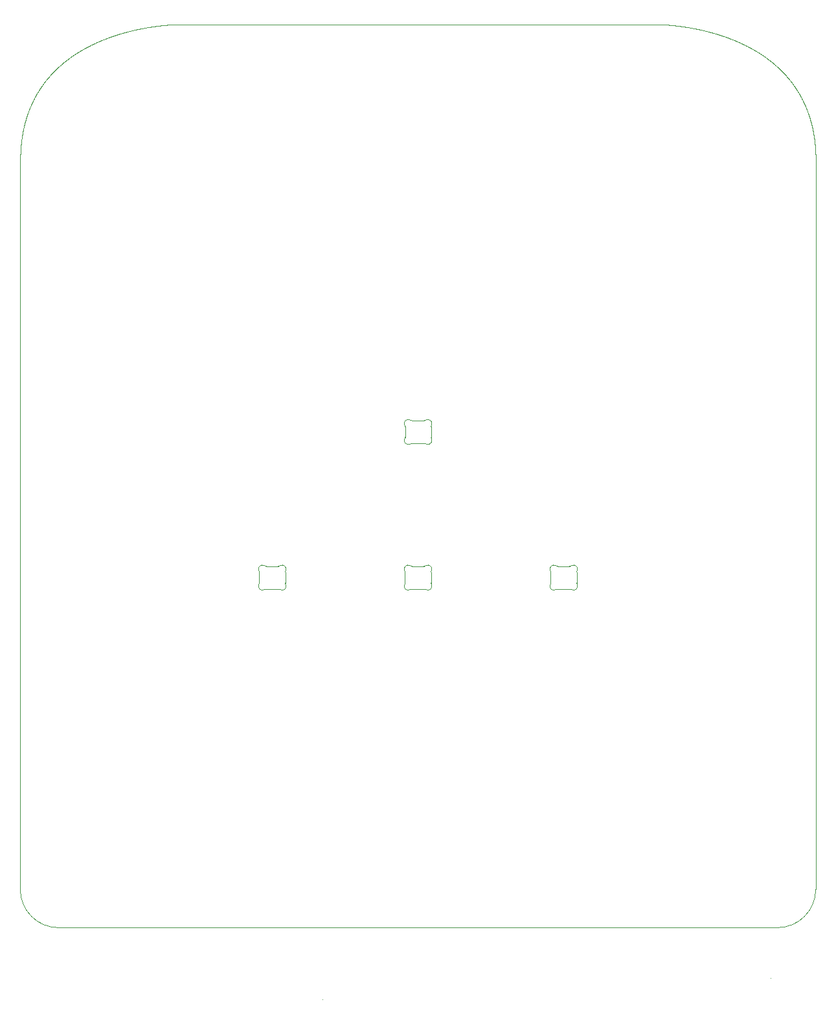
<source format=gbr>
%TF.GenerationSoftware,KiCad,Pcbnew,9.0.2*%
%TF.CreationDate,2025-05-27T10:03:14+01:00*%
%TF.ProjectId,PCB,5043422e-6b69-4636-9164-5f7063625858,1.0*%
%TF.SameCoordinates,Original*%
%TF.FileFunction,Profile,NP*%
%FSLAX46Y46*%
G04 Gerber Fmt 4.6, Leading zero omitted, Abs format (unit mm)*
G04 Created by KiCad (PCBNEW 9.0.2) date 2025-05-27 10:03:14*
%MOMM*%
%LPD*%
G01*
G04 APERTURE LIST*
%ADD10C,0.100000*%
%TA.AperFunction,Profile*%
%ADD11C,0.100000*%
%TD*%
%ADD12C,0.050000*%
G04 APERTURE END LIST*
D10*
X21940496Y-37506483D02*
X21940506Y-37485047D01*
X21940536Y-37463629D01*
X21940586Y-37442227D01*
X21940656Y-37420843D01*
X21940746Y-37399476D01*
X21940855Y-37378127D01*
X21940985Y-37356794D01*
X21941135Y-37335479D01*
X21941304Y-37314180D01*
X21941493Y-37292899D01*
X21941702Y-37271635D01*
X21941931Y-37250388D01*
X21942180Y-37229158D01*
X21942449Y-37207945D01*
X21942737Y-37186749D01*
X21943045Y-37165571D01*
X21943373Y-37144409D01*
X21943720Y-37123264D01*
X21944088Y-37102136D01*
X21944475Y-37081025D01*
X21944881Y-37059931D01*
X21945308Y-37038854D01*
X21945754Y-37017794D01*
X21946219Y-36996751D01*
X21946705Y-36975724D01*
X21947209Y-36954715D01*
X21947734Y-36933722D01*
X21948278Y-36912746D01*
X21948842Y-36891787D01*
X21949425Y-36870845D01*
X21950027Y-36849919D01*
X21950650Y-36829011D01*
X21951291Y-36808119D01*
X21951952Y-36787244D01*
X21952633Y-36766385D01*
X21953333Y-36745543D01*
X21954053Y-36724718D01*
X21954792Y-36703910D01*
X21955550Y-36683118D01*
X21956328Y-36662343D01*
X21957125Y-36641584D01*
X21957942Y-36620842D01*
X21958777Y-36600116D01*
X21959633Y-36579408D01*
X21960507Y-36558715D01*
X21961401Y-36538040D01*
X21962314Y-36517380D01*
X21963247Y-36496738D01*
X21964198Y-36476111D01*
X21965169Y-36455502D01*
X21966160Y-36434908D01*
X21967169Y-36414332D01*
X21968198Y-36393771D01*
X21969245Y-36373227D01*
X21970313Y-36352699D01*
X21971399Y-36332188D01*
X21972504Y-36311693D01*
X21973628Y-36291215D01*
X21974772Y-36270753D01*
X21975935Y-36250307D01*
X21977117Y-36229877D01*
X21978318Y-36209464D01*
X21979537Y-36189067D01*
X21980776Y-36168686D01*
X21982035Y-36148322D01*
X21983312Y-36127974D01*
X21984608Y-36107641D01*
X21985923Y-36087325D01*
X21987257Y-36067025D01*
X21988610Y-36046742D01*
X21989982Y-36026474D01*
X21991373Y-36006223D01*
X21992783Y-35985988D01*
X21994212Y-35965769D01*
X21995659Y-35945566D01*
X21997126Y-35925379D01*
X21998611Y-35905208D01*
X22000116Y-35885053D01*
X22001639Y-35864914D01*
X22003181Y-35844792D01*
X22004742Y-35824684D01*
X22006322Y-35804594D01*
X22007920Y-35784519D01*
X22009537Y-35764460D01*
X22011173Y-35744417D01*
X22012828Y-35724390D01*
X22014502Y-35704378D01*
X22016194Y-35684383D01*
X22017905Y-35664403D01*
X22019635Y-35644440D01*
X22021383Y-35624492D01*
X22023150Y-35604560D01*
X22024936Y-35584643D01*
X22026740Y-35564743D01*
X22028563Y-35544858D01*
X22030405Y-35524990D01*
X22032265Y-35505136D01*
X22034144Y-35485299D01*
X22036042Y-35465477D01*
X22037958Y-35445671D01*
X22039892Y-35425880D01*
X22041845Y-35406106D01*
X22043817Y-35386347D01*
X22045807Y-35366604D01*
X22047816Y-35346875D01*
X22049844Y-35327164D01*
X22051889Y-35307466D01*
X22053954Y-35287786D01*
X22056036Y-35268120D01*
X22058137Y-35248470D01*
X22060257Y-35228835D01*
X22062395Y-35209217D01*
X22064552Y-35189613D01*
X22066727Y-35170026D01*
X22068920Y-35150452D01*
X22071132Y-35130896D01*
X22073362Y-35111354D01*
X22075610Y-35091828D01*
X22077877Y-35072317D01*
X22080162Y-35052822D01*
X22082465Y-35033341D01*
X22084787Y-35013877D01*
X22087127Y-34994427D01*
X22089485Y-34974994D01*
X22091862Y-34955574D01*
X22094257Y-34936172D01*
X22096670Y-34916783D01*
X22099101Y-34897411D01*
X22101551Y-34878052D01*
X22104019Y-34858711D01*
X22106505Y-34839383D01*
X22109009Y-34820071D01*
X22111532Y-34800774D01*
X22114072Y-34781493D01*
X22116631Y-34762226D01*
X22119208Y-34742975D01*
X22121803Y-34723739D01*
X22124416Y-34704518D01*
X22127048Y-34685312D01*
X22129697Y-34666121D01*
X22132365Y-34646945D01*
X22135050Y-34627785D01*
X22137754Y-34608639D01*
X22140476Y-34589509D01*
X22143216Y-34570392D01*
X22145973Y-34551292D01*
X22148749Y-34532206D01*
X22151543Y-34513136D01*
X22154355Y-34494080D01*
X22157185Y-34475040D01*
X22160033Y-34456013D01*
X22162899Y-34437003D01*
X22165783Y-34418006D01*
X22168685Y-34399025D01*
X22171605Y-34380058D01*
X22174542Y-34361108D01*
X22177498Y-34342170D01*
X22180472Y-34323249D01*
X22183463Y-34304341D01*
X22186473Y-34285450D01*
X22189500Y-34266572D01*
X22192545Y-34247710D01*
X22195608Y-34228861D01*
X22198689Y-34210028D01*
X22201788Y-34191209D01*
X22204904Y-34172406D01*
X22208039Y-34153616D01*
X22211191Y-34134843D01*
X22214361Y-34116082D01*
X22217549Y-34097338D01*
X22220755Y-34078606D01*
X22223978Y-34059891D01*
X22227219Y-34041189D01*
X22230478Y-34022503D01*
X22233755Y-34003830D01*
X22237049Y-33985174D01*
X22240361Y-33966530D01*
X22243691Y-33947902D01*
X22247039Y-33929287D01*
X22250404Y-33910689D01*
X22253787Y-33892103D01*
X22257188Y-33873533D01*
X22260606Y-33854976D01*
X22264042Y-33836435D01*
X22267496Y-33817907D01*
X22270967Y-33799395D01*
X22274456Y-33780896D01*
X22277963Y-33762413D01*
X22281487Y-33743942D01*
X22285029Y-33725488D01*
X22288588Y-33707046D01*
X22292165Y-33688620D01*
X22295760Y-33670207D01*
X22299372Y-33651810D01*
X22303002Y-33633425D01*
X22306649Y-33615057D01*
X22310314Y-33596701D01*
X22313996Y-33578361D01*
X22317697Y-33560033D01*
X22321414Y-33541721D01*
X22325149Y-33523422D01*
X22328901Y-33505139D01*
X22332672Y-33486868D01*
X22336459Y-33468613D01*
X22340264Y-33450370D01*
X22344086Y-33432144D01*
X22347926Y-33413929D01*
X22351783Y-33395731D01*
X22355658Y-33377545D01*
X22359550Y-33359375D01*
X22363460Y-33341217D01*
X22367387Y-33323075D01*
X22371332Y-33304944D01*
X22375294Y-33286831D01*
X22379273Y-33268728D01*
X22383270Y-33250643D01*
X22387284Y-33232568D01*
X22391315Y-33214510D01*
X22395364Y-33196464D01*
X22399430Y-33178434D01*
X22403514Y-33160416D01*
X22407615Y-33142413D01*
X22411733Y-33124423D01*
X22415869Y-33106448D01*
X22420022Y-33088485D01*
X22424192Y-33070539D01*
X22428379Y-33052604D01*
X22432584Y-33034684D01*
X22436806Y-33016777D01*
X22441045Y-32998885D01*
X22445302Y-32981005D01*
X22449576Y-32963142D01*
X22453868Y-32945289D01*
X22458176Y-32927453D01*
X22462502Y-32909628D01*
X22466844Y-32891819D01*
X22471205Y-32874021D01*
X22475582Y-32856240D01*
X22479977Y-32838469D01*
X22484388Y-32820715D01*
X22488818Y-32802972D01*
X22493264Y-32785245D01*
X22497727Y-32767529D01*
X22502208Y-32749830D01*
X22506706Y-32732141D01*
X22511221Y-32714469D01*
X22515753Y-32696807D01*
X22520302Y-32679162D01*
X22524869Y-32661528D01*
X22529452Y-32643909D01*
X22534053Y-32626302D01*
X22538671Y-32608711D01*
X22543306Y-32591131D01*
X22547958Y-32573566D01*
X22552627Y-32556013D01*
X22557313Y-32538475D01*
X22562017Y-32520949D01*
X22566737Y-32503438D01*
X22571475Y-32485939D01*
X22576230Y-32468455D01*
X22581002Y-32450982D01*
X22585790Y-32433525D01*
X22590597Y-32416079D01*
X22595419Y-32398649D01*
X22605116Y-32363825D01*
X22614882Y-32329055D01*
X22624715Y-32294339D01*
X22634616Y-32259675D01*
X22644586Y-32225064D01*
X22654623Y-32190506D01*
X22664729Y-32156000D01*
X22674902Y-32121547D01*
X22685143Y-32087147D01*
X22695452Y-32052799D01*
X22705829Y-32018503D01*
X22716273Y-31984259D01*
X22726786Y-31950068D01*
X22737365Y-31915928D01*
X22748013Y-31881841D01*
X22758728Y-31847805D01*
X22769510Y-31813821D01*
X22780361Y-31779888D01*
X22791278Y-31746007D01*
X22802263Y-31712177D01*
X22813315Y-31678398D01*
X22824435Y-31644671D01*
X22835622Y-31610995D01*
X22846877Y-31577369D01*
X22858198Y-31543795D01*
X22869587Y-31510271D01*
X22881043Y-31476798D01*
X22892566Y-31443376D01*
X22904157Y-31410004D01*
X22915814Y-31376683D01*
X22927539Y-31343411D01*
X22939331Y-31310190D01*
X22951189Y-31277020D01*
X22963115Y-31243899D01*
X22975108Y-31210828D01*
X22987167Y-31177807D01*
X22999294Y-31144835D01*
X23011488Y-31111914D01*
X23023748Y-31079041D01*
X23036075Y-31046219D01*
X23048470Y-31013445D01*
X23060931Y-30980721D01*
X23073458Y-30948046D01*
X23086053Y-30915421D01*
X23098714Y-30882844D01*
X23111442Y-30850316D01*
X23124237Y-30817837D01*
X23137099Y-30785406D01*
X23150027Y-30753025D01*
X23163022Y-30720691D01*
X23176084Y-30688407D01*
X23189212Y-30656170D01*
X23202407Y-30623982D01*
X23215669Y-30591842D01*
X23228997Y-30559750D01*
X23242392Y-30527707D01*
X23255854Y-30495711D01*
X23269382Y-30463763D01*
X23282976Y-30431863D01*
X23296638Y-30400010D01*
X23310366Y-30368205D01*
X23324160Y-30336447D01*
X23338021Y-30304737D01*
X23351948Y-30273075D01*
X23365942Y-30241459D01*
X23380003Y-30209891D01*
X23394130Y-30178370D01*
X23408324Y-30146896D01*
X23422584Y-30115468D01*
X23436911Y-30084088D01*
X23451304Y-30052754D01*
X23465764Y-30021467D01*
X23480290Y-29990227D01*
X23494883Y-29959033D01*
X23509543Y-29927885D01*
X23524268Y-29896784D01*
X23539061Y-29865729D01*
X23553920Y-29834721D01*
X23568845Y-29803758D01*
X23583838Y-29772842D01*
X23598896Y-29741971D01*
X23614021Y-29711147D01*
X23629213Y-29680368D01*
X23644472Y-29649635D01*
X23659797Y-29618947D01*
X23675188Y-29588305D01*
X23690646Y-29557709D01*
X23706171Y-29527158D01*
X23721762Y-29496653D01*
X23737420Y-29466192D01*
X23753145Y-29435777D01*
X23768936Y-29405408D01*
X23784794Y-29375083D01*
X23800719Y-29344803D01*
X23816710Y-29314568D01*
X23832768Y-29284378D01*
X23848893Y-29254233D01*
X23865084Y-29224132D01*
X23881342Y-29194077D01*
X23897667Y-29164065D01*
X23914059Y-29134099D01*
X23930518Y-29104176D01*
X23947043Y-29074298D01*
X23963636Y-29044465D01*
X23980295Y-29014675D01*
X23997021Y-28984930D01*
X24013814Y-28955229D01*
X24030674Y-28925572D01*
X24047601Y-28895959D01*
X24064594Y-28866389D01*
X24081655Y-28836864D01*
X24098783Y-28807383D01*
X24115978Y-28777945D01*
X24133240Y-28748550D01*
X24150569Y-28719200D01*
X24167965Y-28689893D01*
X24185429Y-28660629D01*
X24202959Y-28631409D01*
X24220557Y-28602232D01*
X24238222Y-28573099D01*
X24255954Y-28544008D01*
X24273754Y-28514961D01*
X24291621Y-28485957D01*
X24309555Y-28456996D01*
X24327557Y-28428078D01*
X24345626Y-28399203D01*
X24363763Y-28370371D01*
X24381967Y-28341582D01*
X24400239Y-28312835D01*
X24418578Y-28284131D01*
X24436985Y-28255470D01*
X24455459Y-28226851D01*
X24474001Y-28198275D01*
X24492611Y-28169742D01*
X24511289Y-28141251D01*
X24530034Y-28112802D01*
X24548848Y-28084396D01*
X24567729Y-28056032D01*
X24586678Y-28027710D01*
X24605695Y-27999430D01*
X24624780Y-27971193D01*
X24643933Y-27942997D01*
X24663154Y-27914844D01*
X24682443Y-27886733D01*
X24701801Y-27858663D01*
X24721226Y-27830636D01*
X24740720Y-27802650D01*
X24760282Y-27774706D01*
X24779913Y-27746804D01*
X24799612Y-27718944D01*
X24819379Y-27691125D01*
X24839215Y-27663348D01*
X24859119Y-27635612D01*
X24879092Y-27607918D01*
X24899134Y-27580266D01*
X24919244Y-27552655D01*
X24939423Y-27525085D01*
X24959671Y-27497557D01*
X24979988Y-27470070D01*
X25000373Y-27442625D01*
X25020828Y-27415221D01*
X25041351Y-27387857D01*
X25061944Y-27360535D01*
X25082605Y-27333255D01*
X25103336Y-27306015D01*
X25124136Y-27278816D01*
X25145005Y-27251659D01*
X25165944Y-27224542D01*
X25186951Y-27197467D01*
X25208029Y-27170432D01*
X25229175Y-27143438D01*
X25250392Y-27116485D01*
X25271678Y-27089573D01*
X25293033Y-27062702D01*
X25314459Y-27035871D01*
X25335954Y-27009081D01*
X25357519Y-26982332D01*
X25379153Y-26955624D01*
X25400858Y-26928956D01*
X25422633Y-26902329D01*
X25444478Y-26875742D01*
X25466393Y-26849196D01*
X25488378Y-26822690D01*
X25510433Y-26796225D01*
X25532559Y-26769801D01*
X25554755Y-26743417D01*
X25577022Y-26717073D01*
X25599359Y-26690770D01*
X25621767Y-26664507D01*
X25644245Y-26638284D01*
X25666794Y-26612102D01*
X25689414Y-26585960D01*
X25712105Y-26559858D01*
X25734867Y-26533797D01*
X25757699Y-26507776D01*
X25780603Y-26481795D01*
X25803578Y-26455854D01*
X25826624Y-26429954D01*
X25849741Y-26404093D01*
X25872930Y-26378273D01*
X25896189Y-26352493D01*
X25919521Y-26326753D01*
X25942924Y-26301053D01*
X25966399Y-26275394D01*
X25989945Y-26249774D01*
X26013563Y-26224194D01*
X26037253Y-26198655D01*
X26061014Y-26173155D01*
X26084848Y-26147696D01*
X26108754Y-26122276D01*
X26132732Y-26096897D01*
X26156782Y-26071557D01*
X26180904Y-26046258D01*
X26205099Y-26020998D01*
X26229366Y-25995778D01*
X26253706Y-25970599D01*
X26278118Y-25945459D01*
X26302603Y-25920359D01*
X26327160Y-25895299D01*
X26351790Y-25870279D01*
X26376494Y-25845299D01*
X26401270Y-25820359D01*
X26426119Y-25795459D01*
X26451041Y-25770599D01*
X26476036Y-25745779D01*
X26501105Y-25720998D01*
X26526247Y-25696258D01*
X26551463Y-25671557D01*
X26576752Y-25646896D01*
X26602114Y-25622276D01*
X26627550Y-25597695D01*
X26653060Y-25573154D01*
X26678644Y-25548653D01*
X26704301Y-25524191D01*
X26730033Y-25499770D01*
X26755839Y-25475389D01*
X26781718Y-25451047D01*
X26807672Y-25426746D01*
X26833701Y-25402484D01*
X26859803Y-25378263D01*
X26885980Y-25354081D01*
X26912232Y-25329939D01*
X26938558Y-25305838D01*
X26964959Y-25281776D01*
X26991435Y-25257754D01*
X27017986Y-25233772D01*
X27044611Y-25209830D01*
X27071312Y-25185929D01*
X27098088Y-25162067D01*
X27124939Y-25138245D01*
X27151865Y-25114464D01*
X27178867Y-25090722D01*
X27205944Y-25067021D01*
X27233097Y-25043359D01*
X27260325Y-25019738D01*
X27287629Y-24996157D01*
X27315009Y-24972616D01*
X27342464Y-24949115D01*
X27369996Y-24925655D01*
X27397604Y-24902234D01*
X27425288Y-24878854D01*
X27453048Y-24855514D01*
X27480884Y-24832215D01*
X27508797Y-24808955D01*
X27536786Y-24785736D01*
X27564852Y-24762558D01*
X27592994Y-24739420D01*
X27621213Y-24716322D01*
X27649509Y-24693264D01*
X27677882Y-24670247D01*
X27706332Y-24647270D01*
X27734859Y-24624334D01*
X27763463Y-24601439D01*
X27792145Y-24578584D01*
X27820903Y-24555769D01*
X27849739Y-24532995D01*
X27878653Y-24510262D01*
X27907644Y-24487570D01*
X27936713Y-24464918D01*
X27965860Y-24442307D01*
X27995084Y-24419736D01*
X28024387Y-24397207D01*
X28053767Y-24374718D01*
X28083226Y-24352270D01*
X28112763Y-24329864D01*
X28142378Y-24307498D01*
X28172071Y-24285173D01*
X28201843Y-24262889D01*
X28231693Y-24240646D01*
X28261622Y-24218444D01*
X28291630Y-24196283D01*
X28321717Y-24174164D01*
X28351882Y-24152085D01*
X28382126Y-24130048D01*
X28412450Y-24108052D01*
X28442852Y-24086098D01*
X28473334Y-24064185D01*
X28503895Y-24042313D01*
X28534535Y-24020483D01*
X28565255Y-23998695D01*
X28596054Y-23976948D01*
X28626933Y-23955242D01*
X28657892Y-23933579D01*
X28688930Y-23911957D01*
X28720049Y-23890376D01*
X28751247Y-23868838D01*
X28782525Y-23847341D01*
X28813884Y-23825886D01*
X28845323Y-23804474D01*
X28876842Y-23783103D01*
X28908441Y-23761774D01*
X28940121Y-23740488D01*
X28971881Y-23719244D01*
X29003722Y-23698041D01*
X29035644Y-23676882D01*
X29067646Y-23655764D01*
X29099729Y-23634689D01*
X29131893Y-23613656D01*
X29164139Y-23592666D01*
X29196465Y-23571719D01*
X29228872Y-23550814D01*
X29261361Y-23529952D01*
X29293931Y-23509132D01*
X29326582Y-23488356D01*
X29359315Y-23467622D01*
X29392129Y-23446931D01*
X29425025Y-23426284D01*
X29458003Y-23405679D01*
X29491062Y-23385117D01*
X29524204Y-23364599D01*
X29557427Y-23344124D01*
X29590732Y-23323692D01*
X29624119Y-23303304D01*
X29657588Y-23282959D01*
X29691140Y-23262658D01*
X29724774Y-23242401D01*
X29758490Y-23222187D01*
X29792289Y-23202016D01*
X29826170Y-23181890D01*
X29860133Y-23161808D01*
X29894179Y-23141769D01*
X29928308Y-23121775D01*
X29962520Y-23101825D01*
X29996814Y-23081919D01*
X30031192Y-23062057D01*
X30065652Y-23042240D01*
X30100195Y-23022467D01*
X30134822Y-23002739D01*
X30169531Y-22983055D01*
X30204324Y-22963416D01*
X30239200Y-22943822D01*
X30274159Y-22924272D01*
X30309201Y-22904768D01*
X30344327Y-22885308D01*
X30379537Y-22865894D01*
X30414830Y-22846525D01*
X30450207Y-22827201D01*
X30485667Y-22807922D01*
X30521211Y-22788689D01*
X30556839Y-22769501D01*
X30592550Y-22750359D01*
X30628346Y-22731263D01*
X30664225Y-22712213D01*
X30700188Y-22693208D01*
X30736236Y-22674249D01*
X30772367Y-22655337D01*
X30808582Y-22636471D01*
X30844882Y-22617650D01*
X30881266Y-22598877D01*
X30917734Y-22580149D01*
X30954286Y-22561469D01*
X30990923Y-22542835D01*
X31027644Y-22524247D01*
X31064449Y-22505707D01*
X31101339Y-22487213D01*
X31138313Y-22468767D01*
X31175372Y-22450367D01*
X31212515Y-22432015D01*
X31249743Y-22413710D01*
X31287055Y-22395453D01*
X31324452Y-22377243D01*
X31361933Y-22359081D01*
X31399500Y-22340966D01*
X31437151Y-22322900D01*
X31474886Y-22304881D01*
X31512707Y-22286910D01*
X31550612Y-22268988D01*
X31588602Y-22251114D01*
X31626677Y-22233288D01*
X31664836Y-22215511D01*
X31703081Y-22197782D01*
X31741410Y-22180103D01*
X31779824Y-22162472D01*
X31818323Y-22144890D01*
X31856906Y-22127357D01*
X31895575Y-22109873D01*
X31934328Y-22092438D01*
X31973167Y-22075053D01*
X32012090Y-22057718D01*
X32051098Y-22040432D01*
X32090191Y-22023196D01*
X32129369Y-22006010D01*
X32168632Y-21988874D01*
X32207979Y-21971787D01*
X32247411Y-21954752D01*
X32286928Y-21937766D01*
X32326530Y-21920831D01*
X32366217Y-21903947D01*
X32405989Y-21887113D01*
X32445845Y-21870331D01*
X32485786Y-21853599D01*
X32525811Y-21836919D01*
X32565921Y-21820289D01*
X32606116Y-21803711D01*
X32646396Y-21787185D01*
X32686760Y-21770710D01*
X32727208Y-21754287D01*
X32767741Y-21737916D01*
X32808359Y-21721597D01*
X32849060Y-21705330D01*
X32889846Y-21689116D01*
X32930717Y-21672954D01*
X32971671Y-21656844D01*
X33012710Y-21640788D01*
X33053833Y-21624784D01*
X33095040Y-21608833D01*
X33136331Y-21592935D01*
X33177705Y-21577090D01*
X33219164Y-21561299D01*
X33260706Y-21545562D01*
X33302332Y-21529878D01*
X33344042Y-21514248D01*
X33385835Y-21498672D01*
X33427712Y-21483150D01*
X33469671Y-21467683D01*
X33511715Y-21452270D01*
X33553841Y-21436911D01*
X33596050Y-21421607D01*
X33638342Y-21406358D01*
X33680717Y-21391165D01*
X33723175Y-21376026D01*
X33765715Y-21360942D01*
X33808338Y-21345915D01*
X33851043Y-21330942D01*
X33893830Y-21316026D01*
X33936699Y-21301165D01*
X33979650Y-21286361D01*
X34022683Y-21271613D01*
X34065798Y-21256921D01*
X34108994Y-21242286D01*
X34152271Y-21227708D01*
X34195630Y-21213186D01*
X34239070Y-21198722D01*
X34282590Y-21184315D01*
X34326191Y-21169965D01*
X34369873Y-21155673D01*
X34413635Y-21141438D01*
X34457477Y-21127262D01*
X34501399Y-21113143D01*
X34545400Y-21099083D01*
X34589482Y-21085081D01*
X34633642Y-21071138D01*
X34677882Y-21057253D01*
X34722200Y-21043428D01*
X34766597Y-21029661D01*
X34811073Y-21015954D01*
X34855627Y-21002306D01*
X34900258Y-20988718D01*
X34944968Y-20975189D01*
X34989754Y-20961721D01*
X35034618Y-20948313D01*
X35079559Y-20934965D01*
X35124576Y-20921677D01*
X35169670Y-20908450D01*
X35214840Y-20895284D01*
X35260085Y-20882180D01*
X35305406Y-20869136D01*
X35350802Y-20856154D01*
X35396273Y-20843233D01*
X35441818Y-20830375D01*
X35487437Y-20817578D01*
X35533131Y-20804843D01*
X35578897Y-20792171D01*
X35624737Y-20779561D01*
X35670649Y-20767015D01*
X35716634Y-20754531D01*
X35762691Y-20742110D01*
X35808819Y-20729753D01*
X35855018Y-20717459D01*
X35901288Y-20705229D01*
X35947629Y-20693063D01*
X35994039Y-20680961D01*
X36040519Y-20668923D01*
X36087067Y-20656950D01*
X36133685Y-20645042D01*
X36180370Y-20633198D01*
X36227123Y-20621420D01*
X36273943Y-20609707D01*
X36320829Y-20598060D01*
X36367781Y-20586479D01*
X36414799Y-20574963D01*
X36461882Y-20563514D01*
X36509029Y-20552131D01*
X36556241Y-20540815D01*
X36603515Y-20529566D01*
X36650852Y-20518384D01*
X36698251Y-20507269D01*
X36745712Y-20496221D01*
X36793233Y-20485242D01*
X36840814Y-20474330D01*
X36888455Y-20463487D01*
X36936155Y-20452712D01*
X36983913Y-20442005D01*
X37031728Y-20431367D01*
X37079600Y-20420799D01*
X37127528Y-20410300D01*
X37175511Y-20399870D01*
X37223548Y-20389510D01*
X37271639Y-20379220D01*
X37319782Y-20369001D01*
X37367978Y-20358851D01*
X37416225Y-20348773D01*
X37464522Y-20338765D01*
X37512868Y-20328829D01*
X37561262Y-20318964D01*
X37609704Y-20309171D01*
X37658193Y-20299450D01*
X37706727Y-20289801D01*
X37755305Y-20280224D01*
X37803927Y-20270720D01*
X37852591Y-20261289D01*
X37901297Y-20251931D01*
X37950043Y-20242646D01*
X37998828Y-20233435D01*
X38047651Y-20224298D01*
X38096510Y-20215236D01*
X38145406Y-20206247D01*
X38194335Y-20197334D01*
X38243298Y-20188495D01*
X38292292Y-20179732D01*
X38341317Y-20171044D01*
X38390370Y-20162431D01*
X38439452Y-20153895D01*
X38488559Y-20145435D01*
X38537691Y-20137052D01*
X38586846Y-20128745D01*
X38636023Y-20120516D01*
X38685220Y-20112364D01*
X38734435Y-20104290D01*
X38783667Y-20096293D01*
X38832914Y-20088375D01*
X38882173Y-20080535D01*
X38931445Y-20072774D01*
X38980725Y-20065092D01*
X39030014Y-20057490D01*
X39079308Y-20049967D01*
X39128605Y-20042524D01*
X39177904Y-20035162D01*
X39227202Y-20027880D01*
X39276498Y-20020678D01*
X39325788Y-20013558D01*
X39375071Y-20006520D01*
X39424344Y-19999563D01*
X39473605Y-19992688D01*
X39522851Y-19985896D01*
X39572079Y-19979186D01*
X39621287Y-19972559D01*
X39670472Y-19966015D01*
X39719632Y-19959556D01*
X39768763Y-19953180D01*
X39817862Y-19946888D01*
X39866926Y-19940681D01*
X39915952Y-19934559D01*
X39964936Y-19928522D01*
X40013875Y-19922570D01*
X40062766Y-19916705D01*
X40111605Y-19910926D01*
X40160388Y-19905233D01*
X40209110Y-19899627D01*
X40257769Y-19894109D01*
X40306359Y-19888678D01*
X40354877Y-19883335D01*
X40403317Y-19878080D01*
X40451675Y-19872915D01*
X40499947Y-19867838D01*
X40548127Y-19862850D01*
X40596209Y-19857953D01*
X40644189Y-19853145D01*
X40692060Y-19848428D01*
X40739817Y-19843802D01*
X40787453Y-19839267D01*
X40834963Y-19834824D01*
X40882338Y-19830473D01*
X40929573Y-19826214D01*
X40976660Y-19822048D01*
X41023591Y-19817975D01*
X41070358Y-19813996D01*
X41116953Y-19810110D01*
X41163366Y-19806319D01*
X41209589Y-19802623D01*
X41255612Y-19799023D01*
X41301424Y-19795518D01*
X41347014Y-19792108D01*
X41392372Y-19788796D01*
X41437484Y-19785580D01*
X41482338Y-19782462D01*
X41526920Y-19779442D01*
X41571216Y-19776519D01*
X41615210Y-19773696D01*
X41658886Y-19770972D01*
X41702225Y-19768347D01*
X41745210Y-19765823D01*
X41787819Y-19763399D01*
X41830030Y-19761076D01*
X41871820Y-19758855D01*
X41913162Y-19756735D01*
X41954028Y-19754719D01*
X41994388Y-19752805D01*
X42034207Y-19750995D01*
X42073447Y-19749288D01*
X42112067Y-19747687D01*
X42150019Y-19746190D01*
X42187251Y-19744800D01*
X42223701Y-19743515D01*
X42259301Y-19742337D01*
X42293969Y-19741266D01*
X42327610Y-19740302D01*
X42360108Y-19739447D01*
X42391322Y-19738700D01*
X42421074Y-19738062D01*
X42449130Y-19737534D01*
X42475169Y-19737114D01*
X42498720Y-19736804D01*
X42519005Y-19736600D01*
X42534470Y-19736500D01*
X42540496Y-19736483D01*
D11*
X125940496Y-132736483D02*
X125940496Y-37506483D01*
X120940496Y-137736483D02*
X26940496Y-137736483D01*
X42540496Y-19736483D02*
X105340496Y-19736483D01*
X21940496Y-132736483D02*
X21940496Y-37506483D01*
X125940496Y-132736483D02*
G75*
G02*
X120940496Y-137736496I-4999996J-17D01*
G01*
X26940496Y-137736483D02*
G75*
G02*
X21940517Y-132736483I4J4999983D01*
G01*
D10*
X125940496Y-37506483D02*
X125940486Y-37485047D01*
X125940456Y-37463629D01*
X125940406Y-37442227D01*
X125940336Y-37420843D01*
X125940246Y-37399476D01*
X125940137Y-37378127D01*
X125940007Y-37356794D01*
X125939857Y-37335479D01*
X125939688Y-37314180D01*
X125939499Y-37292899D01*
X125939290Y-37271635D01*
X125939061Y-37250388D01*
X125938812Y-37229158D01*
X125938543Y-37207945D01*
X125938255Y-37186749D01*
X125937947Y-37165571D01*
X125937619Y-37144409D01*
X125937272Y-37123264D01*
X125936904Y-37102136D01*
X125936517Y-37081025D01*
X125936111Y-37059931D01*
X125935684Y-37038854D01*
X125935238Y-37017794D01*
X125934773Y-36996751D01*
X125934287Y-36975724D01*
X125933783Y-36954715D01*
X125933258Y-36933722D01*
X125932714Y-36912746D01*
X125932150Y-36891787D01*
X125931567Y-36870845D01*
X125930965Y-36849919D01*
X125930342Y-36829011D01*
X125929701Y-36808119D01*
X125929040Y-36787244D01*
X125928359Y-36766385D01*
X125927659Y-36745543D01*
X125926939Y-36724718D01*
X125926200Y-36703910D01*
X125925442Y-36683118D01*
X125924664Y-36662343D01*
X125923867Y-36641584D01*
X125923050Y-36620842D01*
X125922215Y-36600116D01*
X125921359Y-36579408D01*
X125920485Y-36558715D01*
X125919591Y-36538040D01*
X125918678Y-36517380D01*
X125917745Y-36496738D01*
X125916794Y-36476111D01*
X125915823Y-36455502D01*
X125914832Y-36434908D01*
X125913823Y-36414332D01*
X125912794Y-36393771D01*
X125911747Y-36373227D01*
X125910679Y-36352699D01*
X125909593Y-36332188D01*
X125908488Y-36311693D01*
X125907364Y-36291215D01*
X125906220Y-36270753D01*
X125905057Y-36250307D01*
X125903875Y-36229877D01*
X125902674Y-36209464D01*
X125901455Y-36189067D01*
X125900216Y-36168686D01*
X125898957Y-36148322D01*
X125897680Y-36127974D01*
X125896384Y-36107641D01*
X125895069Y-36087325D01*
X125893735Y-36067025D01*
X125892382Y-36046742D01*
X125891010Y-36026474D01*
X125889619Y-36006223D01*
X125888209Y-35985988D01*
X125886780Y-35965769D01*
X125885333Y-35945566D01*
X125883866Y-35925379D01*
X125882381Y-35905208D01*
X125880876Y-35885053D01*
X125879353Y-35864914D01*
X125877811Y-35844792D01*
X125876250Y-35824684D01*
X125874670Y-35804594D01*
X125873072Y-35784519D01*
X125871455Y-35764460D01*
X125869819Y-35744417D01*
X125868164Y-35724390D01*
X125866490Y-35704378D01*
X125864798Y-35684383D01*
X125863087Y-35664403D01*
X125861357Y-35644440D01*
X125859609Y-35624492D01*
X125857842Y-35604560D01*
X125856056Y-35584643D01*
X125854252Y-35564743D01*
X125852429Y-35544858D01*
X125850587Y-35524990D01*
X125848727Y-35505136D01*
X125846848Y-35485299D01*
X125844950Y-35465477D01*
X125843034Y-35445671D01*
X125841100Y-35425880D01*
X125839147Y-35406106D01*
X125837175Y-35386347D01*
X125835185Y-35366604D01*
X125833176Y-35346875D01*
X125831148Y-35327164D01*
X125829103Y-35307466D01*
X125827038Y-35287786D01*
X125824956Y-35268120D01*
X125822855Y-35248470D01*
X125820735Y-35228835D01*
X125818597Y-35209217D01*
X125816440Y-35189613D01*
X125814265Y-35170026D01*
X125812072Y-35150452D01*
X125809860Y-35130896D01*
X125807630Y-35111354D01*
X125805382Y-35091828D01*
X125803115Y-35072317D01*
X125800830Y-35052822D01*
X125798527Y-35033341D01*
X125796205Y-35013877D01*
X125793865Y-34994427D01*
X125791507Y-34974994D01*
X125789130Y-34955574D01*
X125786735Y-34936172D01*
X125784322Y-34916783D01*
X125781891Y-34897411D01*
X125779441Y-34878052D01*
X125776973Y-34858711D01*
X125774487Y-34839383D01*
X125771983Y-34820071D01*
X125769460Y-34800774D01*
X125766920Y-34781493D01*
X125764361Y-34762226D01*
X125761784Y-34742975D01*
X125759189Y-34723739D01*
X125756576Y-34704518D01*
X125753944Y-34685312D01*
X125751295Y-34666121D01*
X125748627Y-34646945D01*
X125745942Y-34627785D01*
X125743238Y-34608639D01*
X125740516Y-34589509D01*
X125737776Y-34570392D01*
X125735019Y-34551292D01*
X125732243Y-34532206D01*
X125729449Y-34513136D01*
X125726637Y-34494080D01*
X125723807Y-34475040D01*
X125720959Y-34456013D01*
X125718093Y-34437003D01*
X125715209Y-34418006D01*
X125712307Y-34399025D01*
X125709387Y-34380058D01*
X125706450Y-34361108D01*
X125703494Y-34342170D01*
X125700520Y-34323249D01*
X125697529Y-34304341D01*
X125694519Y-34285450D01*
X125691492Y-34266572D01*
X125688447Y-34247710D01*
X125685384Y-34228861D01*
X125682303Y-34210028D01*
X125679204Y-34191209D01*
X125676088Y-34172406D01*
X125672953Y-34153616D01*
X125669801Y-34134843D01*
X125666631Y-34116082D01*
X125663443Y-34097338D01*
X125660237Y-34078606D01*
X125657014Y-34059891D01*
X125653773Y-34041189D01*
X125650514Y-34022503D01*
X125647237Y-34003830D01*
X125643943Y-33985174D01*
X125640631Y-33966530D01*
X125637301Y-33947902D01*
X125633953Y-33929287D01*
X125630588Y-33910689D01*
X125627205Y-33892103D01*
X125623804Y-33873533D01*
X125620386Y-33854976D01*
X125616950Y-33836435D01*
X125613496Y-33817907D01*
X125610025Y-33799395D01*
X125606536Y-33780896D01*
X125603029Y-33762413D01*
X125599505Y-33743942D01*
X125595963Y-33725488D01*
X125592404Y-33707046D01*
X125588827Y-33688620D01*
X125585232Y-33670207D01*
X125581620Y-33651810D01*
X125577990Y-33633425D01*
X125574343Y-33615057D01*
X125570678Y-33596701D01*
X125566996Y-33578361D01*
X125563295Y-33560033D01*
X125559578Y-33541721D01*
X125555843Y-33523422D01*
X125552091Y-33505139D01*
X125548320Y-33486868D01*
X125544533Y-33468613D01*
X125540728Y-33450370D01*
X125536906Y-33432144D01*
X125533066Y-33413929D01*
X125529209Y-33395731D01*
X125525334Y-33377545D01*
X125521442Y-33359375D01*
X125517532Y-33341217D01*
X125513605Y-33323075D01*
X125509660Y-33304944D01*
X125505698Y-33286831D01*
X125501719Y-33268728D01*
X125497722Y-33250643D01*
X125493708Y-33232568D01*
X125489677Y-33214510D01*
X125485628Y-33196464D01*
X125481562Y-33178434D01*
X125477478Y-33160416D01*
X125473377Y-33142413D01*
X125469259Y-33124423D01*
X125465123Y-33106448D01*
X125460970Y-33088485D01*
X125456800Y-33070539D01*
X125452613Y-33052604D01*
X125448408Y-33034684D01*
X125444186Y-33016777D01*
X125439947Y-32998885D01*
X125435690Y-32981005D01*
X125431416Y-32963142D01*
X125427124Y-32945289D01*
X125422816Y-32927453D01*
X125418490Y-32909628D01*
X125414148Y-32891819D01*
X125409787Y-32874021D01*
X125405410Y-32856240D01*
X125401015Y-32838469D01*
X125396604Y-32820715D01*
X125392174Y-32802972D01*
X125387728Y-32785245D01*
X125383265Y-32767529D01*
X125378784Y-32749830D01*
X125374286Y-32732141D01*
X125369771Y-32714469D01*
X125365239Y-32696807D01*
X125360690Y-32679162D01*
X125356123Y-32661528D01*
X125351540Y-32643909D01*
X125346939Y-32626302D01*
X125342321Y-32608711D01*
X125337686Y-32591131D01*
X125333034Y-32573566D01*
X125328365Y-32556013D01*
X125323679Y-32538475D01*
X125318975Y-32520949D01*
X125314255Y-32503438D01*
X125309517Y-32485939D01*
X125304762Y-32468455D01*
X125299990Y-32450982D01*
X125295202Y-32433525D01*
X125290395Y-32416079D01*
X125285573Y-32398649D01*
X125275876Y-32363825D01*
X125266110Y-32329055D01*
X125256277Y-32294339D01*
X125246376Y-32259675D01*
X125236406Y-32225064D01*
X125226369Y-32190506D01*
X125216263Y-32156000D01*
X125206090Y-32121547D01*
X125195849Y-32087147D01*
X125185540Y-32052799D01*
X125175163Y-32018503D01*
X125164719Y-31984259D01*
X125154206Y-31950068D01*
X125143627Y-31915928D01*
X125132979Y-31881841D01*
X125122264Y-31847805D01*
X125111482Y-31813821D01*
X125100631Y-31779888D01*
X125089714Y-31746007D01*
X125078729Y-31712177D01*
X125067677Y-31678398D01*
X125056557Y-31644671D01*
X125045370Y-31610995D01*
X125034115Y-31577369D01*
X125022794Y-31543795D01*
X125011405Y-31510271D01*
X124999949Y-31476798D01*
X124988426Y-31443376D01*
X124976835Y-31410004D01*
X124965178Y-31376683D01*
X124953453Y-31343411D01*
X124941661Y-31310190D01*
X124929803Y-31277020D01*
X124917877Y-31243899D01*
X124905884Y-31210828D01*
X124893825Y-31177807D01*
X124881698Y-31144835D01*
X124869504Y-31111914D01*
X124857244Y-31079041D01*
X124844917Y-31046219D01*
X124832522Y-31013445D01*
X124820061Y-30980721D01*
X124807534Y-30948046D01*
X124794939Y-30915421D01*
X124782278Y-30882844D01*
X124769550Y-30850316D01*
X124756755Y-30817837D01*
X124743893Y-30785406D01*
X124730965Y-30753025D01*
X124717970Y-30720691D01*
X124704908Y-30688407D01*
X124691780Y-30656170D01*
X124678585Y-30623982D01*
X124665323Y-30591842D01*
X124651995Y-30559750D01*
X124638600Y-30527707D01*
X124625138Y-30495711D01*
X124611610Y-30463763D01*
X124598016Y-30431863D01*
X124584354Y-30400010D01*
X124570626Y-30368205D01*
X124556832Y-30336447D01*
X124542971Y-30304737D01*
X124529044Y-30273075D01*
X124515050Y-30241459D01*
X124500989Y-30209891D01*
X124486862Y-30178370D01*
X124472668Y-30146896D01*
X124458408Y-30115468D01*
X124444081Y-30084088D01*
X124429688Y-30052754D01*
X124415228Y-30021467D01*
X124400702Y-29990227D01*
X124386109Y-29959033D01*
X124371449Y-29927885D01*
X124356724Y-29896784D01*
X124341931Y-29865729D01*
X124327072Y-29834721D01*
X124312147Y-29803758D01*
X124297154Y-29772842D01*
X124282096Y-29741971D01*
X124266971Y-29711147D01*
X124251779Y-29680368D01*
X124236520Y-29649635D01*
X124221195Y-29618947D01*
X124205804Y-29588305D01*
X124190346Y-29557709D01*
X124174821Y-29527158D01*
X124159230Y-29496653D01*
X124143572Y-29466192D01*
X124127847Y-29435777D01*
X124112056Y-29405408D01*
X124096198Y-29375083D01*
X124080273Y-29344803D01*
X124064282Y-29314568D01*
X124048224Y-29284378D01*
X124032099Y-29254233D01*
X124015908Y-29224132D01*
X123999650Y-29194077D01*
X123983325Y-29164065D01*
X123966933Y-29134099D01*
X123950474Y-29104176D01*
X123933949Y-29074298D01*
X123917356Y-29044465D01*
X123900697Y-29014675D01*
X123883971Y-28984930D01*
X123867178Y-28955229D01*
X123850318Y-28925572D01*
X123833391Y-28895959D01*
X123816398Y-28866389D01*
X123799337Y-28836864D01*
X123782209Y-28807383D01*
X123765014Y-28777945D01*
X123747752Y-28748550D01*
X123730423Y-28719200D01*
X123713027Y-28689893D01*
X123695563Y-28660629D01*
X123678033Y-28631409D01*
X123660435Y-28602232D01*
X123642770Y-28573099D01*
X123625038Y-28544008D01*
X123607238Y-28514961D01*
X123589371Y-28485957D01*
X123571437Y-28456996D01*
X123553435Y-28428078D01*
X123535366Y-28399203D01*
X123517229Y-28370371D01*
X123499025Y-28341582D01*
X123480753Y-28312835D01*
X123462414Y-28284131D01*
X123444007Y-28255470D01*
X123425533Y-28226851D01*
X123406991Y-28198275D01*
X123388381Y-28169742D01*
X123369703Y-28141251D01*
X123350958Y-28112802D01*
X123332144Y-28084396D01*
X123313263Y-28056032D01*
X123294314Y-28027710D01*
X123275297Y-27999430D01*
X123256212Y-27971193D01*
X123237059Y-27942997D01*
X123217838Y-27914844D01*
X123198549Y-27886733D01*
X123179191Y-27858663D01*
X123159766Y-27830636D01*
X123140272Y-27802650D01*
X123120710Y-27774706D01*
X123101079Y-27746804D01*
X123081380Y-27718944D01*
X123061613Y-27691125D01*
X123041777Y-27663348D01*
X123021873Y-27635612D01*
X123001900Y-27607918D01*
X122981858Y-27580266D01*
X122961748Y-27552655D01*
X122941569Y-27525085D01*
X122921321Y-27497557D01*
X122901004Y-27470070D01*
X122880619Y-27442625D01*
X122860164Y-27415221D01*
X122839641Y-27387857D01*
X122819048Y-27360535D01*
X122798387Y-27333255D01*
X122777656Y-27306015D01*
X122756856Y-27278816D01*
X122735987Y-27251659D01*
X122715048Y-27224542D01*
X122694041Y-27197467D01*
X122672963Y-27170432D01*
X122651817Y-27143438D01*
X122630600Y-27116485D01*
X122609314Y-27089573D01*
X122587959Y-27062702D01*
X122566533Y-27035871D01*
X122545038Y-27009081D01*
X122523473Y-26982332D01*
X122501839Y-26955624D01*
X122480134Y-26928956D01*
X122458359Y-26902329D01*
X122436514Y-26875742D01*
X122414599Y-26849196D01*
X122392614Y-26822690D01*
X122370559Y-26796225D01*
X122348433Y-26769801D01*
X122326237Y-26743417D01*
X122303970Y-26717073D01*
X122281633Y-26690770D01*
X122259225Y-26664507D01*
X122236747Y-26638284D01*
X122214198Y-26612102D01*
X122191578Y-26585960D01*
X122168887Y-26559858D01*
X122146125Y-26533797D01*
X122123293Y-26507776D01*
X122100389Y-26481795D01*
X122077414Y-26455854D01*
X122054368Y-26429954D01*
X122031251Y-26404093D01*
X122008062Y-26378273D01*
X121984803Y-26352493D01*
X121961471Y-26326753D01*
X121938068Y-26301053D01*
X121914593Y-26275394D01*
X121891047Y-26249774D01*
X121867429Y-26224194D01*
X121843739Y-26198655D01*
X121819978Y-26173155D01*
X121796144Y-26147696D01*
X121772238Y-26122276D01*
X121748260Y-26096897D01*
X121724210Y-26071557D01*
X121700088Y-26046258D01*
X121675893Y-26020998D01*
X121651626Y-25995778D01*
X121627286Y-25970599D01*
X121602874Y-25945459D01*
X121578389Y-25920359D01*
X121553832Y-25895299D01*
X121529202Y-25870279D01*
X121504498Y-25845299D01*
X121479722Y-25820359D01*
X121454873Y-25795459D01*
X121429951Y-25770599D01*
X121404956Y-25745779D01*
X121379887Y-25720998D01*
X121354745Y-25696258D01*
X121329529Y-25671557D01*
X121304240Y-25646896D01*
X121278878Y-25622276D01*
X121253442Y-25597695D01*
X121227932Y-25573154D01*
X121202348Y-25548653D01*
X121176691Y-25524191D01*
X121150959Y-25499770D01*
X121125153Y-25475389D01*
X121099274Y-25451047D01*
X121073320Y-25426746D01*
X121047291Y-25402484D01*
X121021189Y-25378263D01*
X120995012Y-25354081D01*
X120968760Y-25329939D01*
X120942434Y-25305838D01*
X120916033Y-25281776D01*
X120889557Y-25257754D01*
X120863006Y-25233772D01*
X120836381Y-25209830D01*
X120809680Y-25185929D01*
X120782904Y-25162067D01*
X120756053Y-25138245D01*
X120729127Y-25114464D01*
X120702125Y-25090722D01*
X120675048Y-25067021D01*
X120647895Y-25043359D01*
X120620667Y-25019738D01*
X120593363Y-24996157D01*
X120565983Y-24972616D01*
X120538528Y-24949115D01*
X120510996Y-24925655D01*
X120483388Y-24902234D01*
X120455704Y-24878854D01*
X120427944Y-24855514D01*
X120400108Y-24832215D01*
X120372195Y-24808955D01*
X120344206Y-24785736D01*
X120316140Y-24762558D01*
X120287998Y-24739420D01*
X120259779Y-24716322D01*
X120231483Y-24693264D01*
X120203110Y-24670247D01*
X120174660Y-24647270D01*
X120146133Y-24624334D01*
X120117529Y-24601439D01*
X120088847Y-24578584D01*
X120060089Y-24555769D01*
X120031253Y-24532995D01*
X120002339Y-24510262D01*
X119973348Y-24487570D01*
X119944279Y-24464918D01*
X119915132Y-24442307D01*
X119885908Y-24419736D01*
X119856605Y-24397207D01*
X119827225Y-24374718D01*
X119797766Y-24352270D01*
X119768229Y-24329864D01*
X119738614Y-24307498D01*
X119708921Y-24285173D01*
X119679149Y-24262889D01*
X119649299Y-24240646D01*
X119619370Y-24218444D01*
X119589362Y-24196283D01*
X119559275Y-24174164D01*
X119529110Y-24152085D01*
X119498866Y-24130048D01*
X119468542Y-24108052D01*
X119438140Y-24086098D01*
X119407658Y-24064185D01*
X119377097Y-24042313D01*
X119346457Y-24020483D01*
X119315737Y-23998695D01*
X119284938Y-23976948D01*
X119254059Y-23955242D01*
X119223100Y-23933579D01*
X119192062Y-23911957D01*
X119160943Y-23890376D01*
X119129745Y-23868838D01*
X119098467Y-23847341D01*
X119067108Y-23825886D01*
X119035669Y-23804474D01*
X119004150Y-23783103D01*
X118972551Y-23761774D01*
X118940871Y-23740488D01*
X118909111Y-23719244D01*
X118877270Y-23698041D01*
X118845348Y-23676882D01*
X118813346Y-23655764D01*
X118781263Y-23634689D01*
X118749099Y-23613656D01*
X118716853Y-23592666D01*
X118684527Y-23571719D01*
X118652120Y-23550814D01*
X118619631Y-23529952D01*
X118587061Y-23509132D01*
X118554410Y-23488356D01*
X118521677Y-23467622D01*
X118488863Y-23446931D01*
X118455967Y-23426284D01*
X118422989Y-23405679D01*
X118389930Y-23385117D01*
X118356788Y-23364599D01*
X118323565Y-23344124D01*
X118290260Y-23323692D01*
X118256873Y-23303304D01*
X118223404Y-23282959D01*
X118189852Y-23262658D01*
X118156218Y-23242401D01*
X118122502Y-23222187D01*
X118088703Y-23202016D01*
X118054822Y-23181890D01*
X118020859Y-23161808D01*
X117986813Y-23141769D01*
X117952684Y-23121775D01*
X117918472Y-23101825D01*
X117884178Y-23081919D01*
X117849800Y-23062057D01*
X117815340Y-23042240D01*
X117780797Y-23022467D01*
X117746170Y-23002739D01*
X117711461Y-22983055D01*
X117676668Y-22963416D01*
X117641792Y-22943822D01*
X117606833Y-22924272D01*
X117571791Y-22904768D01*
X117536665Y-22885308D01*
X117501455Y-22865894D01*
X117466162Y-22846525D01*
X117430785Y-22827201D01*
X117395325Y-22807922D01*
X117359781Y-22788689D01*
X117324153Y-22769501D01*
X117288442Y-22750359D01*
X117252646Y-22731263D01*
X117216767Y-22712213D01*
X117180804Y-22693208D01*
X117144756Y-22674249D01*
X117108625Y-22655337D01*
X117072410Y-22636471D01*
X117036110Y-22617650D01*
X116999726Y-22598877D01*
X116963258Y-22580149D01*
X116926706Y-22561469D01*
X116890069Y-22542835D01*
X116853348Y-22524247D01*
X116816543Y-22505707D01*
X116779653Y-22487213D01*
X116742679Y-22468767D01*
X116705620Y-22450367D01*
X116668477Y-22432015D01*
X116631249Y-22413710D01*
X116593937Y-22395453D01*
X116556540Y-22377243D01*
X116519059Y-22359081D01*
X116481492Y-22340966D01*
X116443841Y-22322900D01*
X116406106Y-22304881D01*
X116368285Y-22286910D01*
X116330380Y-22268988D01*
X116292390Y-22251114D01*
X116254315Y-22233288D01*
X116216156Y-22215511D01*
X116177911Y-22197782D01*
X116139582Y-22180103D01*
X116101168Y-22162472D01*
X116062669Y-22144890D01*
X116024086Y-22127357D01*
X115985417Y-22109873D01*
X115946664Y-22092438D01*
X115907825Y-22075053D01*
X115868902Y-22057718D01*
X115829894Y-22040432D01*
X115790801Y-22023196D01*
X115751623Y-22006010D01*
X115712360Y-21988874D01*
X115673013Y-21971787D01*
X115633581Y-21954752D01*
X115594064Y-21937766D01*
X115554462Y-21920831D01*
X115514775Y-21903947D01*
X115475003Y-21887113D01*
X115435147Y-21870331D01*
X115395206Y-21853599D01*
X115355181Y-21836919D01*
X115315071Y-21820289D01*
X115274876Y-21803711D01*
X115234596Y-21787185D01*
X115194232Y-21770710D01*
X115153784Y-21754287D01*
X115113251Y-21737916D01*
X115072633Y-21721597D01*
X115031932Y-21705330D01*
X114991146Y-21689116D01*
X114950275Y-21672954D01*
X114909321Y-21656844D01*
X114868282Y-21640788D01*
X114827159Y-21624784D01*
X114785952Y-21608833D01*
X114744661Y-21592935D01*
X114703287Y-21577090D01*
X114661828Y-21561299D01*
X114620286Y-21545562D01*
X114578660Y-21529878D01*
X114536950Y-21514248D01*
X114495157Y-21498672D01*
X114453280Y-21483150D01*
X114411321Y-21467683D01*
X114369277Y-21452270D01*
X114327151Y-21436911D01*
X114284942Y-21421607D01*
X114242650Y-21406358D01*
X114200275Y-21391165D01*
X114157817Y-21376026D01*
X114115277Y-21360942D01*
X114072654Y-21345915D01*
X114029949Y-21330942D01*
X113987162Y-21316026D01*
X113944293Y-21301165D01*
X113901342Y-21286361D01*
X113858309Y-21271613D01*
X113815194Y-21256921D01*
X113771998Y-21242286D01*
X113728721Y-21227708D01*
X113685362Y-21213186D01*
X113641922Y-21198722D01*
X113598402Y-21184315D01*
X113554801Y-21169965D01*
X113511119Y-21155673D01*
X113467357Y-21141438D01*
X113423515Y-21127262D01*
X113379593Y-21113143D01*
X113335592Y-21099083D01*
X113291510Y-21085081D01*
X113247350Y-21071138D01*
X113203110Y-21057253D01*
X113158792Y-21043428D01*
X113114395Y-21029661D01*
X113069919Y-21015954D01*
X113025365Y-21002306D01*
X112980734Y-20988718D01*
X112936024Y-20975189D01*
X112891238Y-20961721D01*
X112846374Y-20948313D01*
X112801433Y-20934965D01*
X112756416Y-20921677D01*
X112711322Y-20908450D01*
X112666152Y-20895284D01*
X112620907Y-20882180D01*
X112575586Y-20869136D01*
X112530190Y-20856154D01*
X112484719Y-20843233D01*
X112439174Y-20830375D01*
X112393555Y-20817578D01*
X112347861Y-20804843D01*
X112302095Y-20792171D01*
X112256255Y-20779561D01*
X112210343Y-20767015D01*
X112164358Y-20754531D01*
X112118301Y-20742110D01*
X112072173Y-20729753D01*
X112025974Y-20717459D01*
X111979704Y-20705229D01*
X111933363Y-20693063D01*
X111886953Y-20680961D01*
X111840473Y-20668923D01*
X111793925Y-20656950D01*
X111747307Y-20645042D01*
X111700622Y-20633198D01*
X111653869Y-20621420D01*
X111607049Y-20609707D01*
X111560163Y-20598060D01*
X111513211Y-20586479D01*
X111466193Y-20574963D01*
X111419110Y-20563514D01*
X111371963Y-20552131D01*
X111324751Y-20540815D01*
X111277477Y-20529566D01*
X111230140Y-20518384D01*
X111182741Y-20507269D01*
X111135280Y-20496221D01*
X111087759Y-20485242D01*
X111040178Y-20474330D01*
X110992537Y-20463487D01*
X110944837Y-20452712D01*
X110897079Y-20442005D01*
X110849264Y-20431367D01*
X110801392Y-20420799D01*
X110753464Y-20410300D01*
X110705481Y-20399870D01*
X110657444Y-20389510D01*
X110609353Y-20379220D01*
X110561210Y-20369001D01*
X110513014Y-20358851D01*
X110464767Y-20348773D01*
X110416470Y-20338765D01*
X110368124Y-20328829D01*
X110319730Y-20318964D01*
X110271288Y-20309171D01*
X110222799Y-20299450D01*
X110174265Y-20289801D01*
X110125687Y-20280224D01*
X110077065Y-20270720D01*
X110028401Y-20261289D01*
X109979695Y-20251931D01*
X109930949Y-20242646D01*
X109882164Y-20233435D01*
X109833341Y-20224298D01*
X109784482Y-20215236D01*
X109735586Y-20206247D01*
X109686657Y-20197334D01*
X109637694Y-20188495D01*
X109588700Y-20179732D01*
X109539675Y-20171044D01*
X109490622Y-20162431D01*
X109441540Y-20153895D01*
X109392433Y-20145435D01*
X109343301Y-20137052D01*
X109294146Y-20128745D01*
X109244969Y-20120516D01*
X109195772Y-20112364D01*
X109146557Y-20104290D01*
X109097325Y-20096293D01*
X109048078Y-20088375D01*
X108998819Y-20080535D01*
X108949547Y-20072774D01*
X108900267Y-20065092D01*
X108850978Y-20057490D01*
X108801684Y-20049967D01*
X108752387Y-20042524D01*
X108703088Y-20035162D01*
X108653790Y-20027880D01*
X108604494Y-20020678D01*
X108555204Y-20013558D01*
X108505921Y-20006520D01*
X108456648Y-19999563D01*
X108407387Y-19992688D01*
X108358141Y-19985896D01*
X108308913Y-19979186D01*
X108259705Y-19972559D01*
X108210520Y-19966015D01*
X108161360Y-19959556D01*
X108112229Y-19953180D01*
X108063130Y-19946888D01*
X108014066Y-19940681D01*
X107965040Y-19934559D01*
X107916056Y-19928522D01*
X107867117Y-19922570D01*
X107818226Y-19916705D01*
X107769387Y-19910926D01*
X107720604Y-19905233D01*
X107671882Y-19899627D01*
X107623223Y-19894109D01*
X107574633Y-19888678D01*
X107526115Y-19883335D01*
X107477675Y-19878080D01*
X107429317Y-19872915D01*
X107381045Y-19867838D01*
X107332865Y-19862850D01*
X107284783Y-19857953D01*
X107236803Y-19853145D01*
X107188932Y-19848428D01*
X107141175Y-19843802D01*
X107093539Y-19839267D01*
X107046029Y-19834824D01*
X106998654Y-19830473D01*
X106951419Y-19826214D01*
X106904332Y-19822048D01*
X106857401Y-19817975D01*
X106810634Y-19813996D01*
X106764039Y-19810110D01*
X106717626Y-19806319D01*
X106671403Y-19802623D01*
X106625380Y-19799023D01*
X106579568Y-19795518D01*
X106533978Y-19792108D01*
X106488620Y-19788796D01*
X106443508Y-19785580D01*
X106398654Y-19782462D01*
X106354072Y-19779442D01*
X106309776Y-19776519D01*
X106265782Y-19773696D01*
X106222106Y-19770972D01*
X106178767Y-19768347D01*
X106135782Y-19765823D01*
X106093173Y-19763399D01*
X106050962Y-19761076D01*
X106009172Y-19758855D01*
X105967830Y-19756735D01*
X105926964Y-19754719D01*
X105886604Y-19752805D01*
X105846785Y-19750995D01*
X105807545Y-19749288D01*
X105768925Y-19747687D01*
X105730973Y-19746190D01*
X105693741Y-19744800D01*
X105657291Y-19743515D01*
X105621691Y-19742337D01*
X105587023Y-19741266D01*
X105553382Y-19740302D01*
X105520884Y-19739447D01*
X105489670Y-19738700D01*
X105459918Y-19738062D01*
X105431862Y-19737534D01*
X105405823Y-19737114D01*
X105382272Y-19736804D01*
X105361987Y-19736600D01*
X105346522Y-19736500D01*
X105340496Y-19736483D01*
D12*
X61479599Y-147110785D02*
X61479599Y-147110785D01*
X120058151Y-144351787D02*
X120058151Y-144351787D01*
D11*
%TO.C,D4-D15*%
X72242797Y-92709725D02*
X72242797Y-91304041D01*
X73148344Y-90506883D02*
X74737248Y-90506883D01*
X74737248Y-93506882D02*
X73148343Y-93506882D01*
X75642795Y-91304041D02*
X75642795Y-92709725D01*
X72193312Y-91087163D02*
G75*
G02*
X72242797Y-91304041I-450505J-216876D01*
G01*
X72193312Y-91087164D02*
G75*
G02*
X72896085Y-90438584I450514J216880D01*
G01*
X72242797Y-92709726D02*
G75*
G02*
X72193312Y-92926603I-499990J-1D01*
G01*
X72896085Y-93575181D02*
G75*
G02*
X72193313Y-92926603I-252258J431700D01*
G01*
X72896085Y-93575181D02*
G75*
G02*
X73148343Y-93506882I252261J-431710D01*
G01*
X73148344Y-90506883D02*
G75*
G02*
X72896085Y-90438584I2J500009D01*
G01*
X74737249Y-93506883D02*
G75*
G02*
X74989507Y-93575182I-3J-500009D01*
G01*
X74989506Y-90438584D02*
G75*
G02*
X74737248Y-90506883I-252261J431710D01*
G01*
X74989507Y-90438586D02*
G75*
G02*
X75692280Y-91087163I252259J-431699D01*
G01*
X75642795Y-91304040D02*
G75*
G02*
X75692280Y-91087163I500028J-8D01*
G01*
X75692280Y-92926603D02*
G75*
G02*
X74989506Y-93575183I-450513J-216881D01*
G01*
X75692280Y-92926603D02*
G75*
G02*
X75642795Y-92709725I450193J216805D01*
G01*
%TO.C,D4-D7*%
X53186447Y-92709727D02*
X53186447Y-91304043D01*
X54091994Y-90506885D02*
X55680898Y-90506885D01*
X55680898Y-93506884D02*
X54091993Y-93506884D01*
X56586445Y-91304043D02*
X56586445Y-92709727D01*
X53136962Y-91087165D02*
G75*
G02*
X53186447Y-91304043I-450505J-216876D01*
G01*
X53136962Y-91087166D02*
G75*
G02*
X53839735Y-90438586I450514J216880D01*
G01*
X53186447Y-92709728D02*
G75*
G02*
X53136962Y-92926605I-499990J-1D01*
G01*
X53839735Y-93575183D02*
G75*
G02*
X53136963Y-92926605I-252258J431700D01*
G01*
X53839735Y-93575183D02*
G75*
G02*
X54091993Y-93506884I252261J-431710D01*
G01*
X54091994Y-90506885D02*
G75*
G02*
X53839735Y-90438586I2J500009D01*
G01*
X55680899Y-93506885D02*
G75*
G02*
X55933157Y-93575184I-3J-500009D01*
G01*
X55933156Y-90438586D02*
G75*
G02*
X55680898Y-90506885I-252261J431710D01*
G01*
X55933157Y-90438588D02*
G75*
G02*
X56635930Y-91087165I252259J-431699D01*
G01*
X56586445Y-91304042D02*
G75*
G02*
X56635930Y-91087165I500028J-8D01*
G01*
X56635930Y-92926605D02*
G75*
G02*
X55933156Y-93575185I-450513J-216881D01*
G01*
X56635930Y-92926605D02*
G75*
G02*
X56586445Y-92709727I450193J216805D01*
G01*
%TO.C,D3-D15*%
X72249147Y-73687025D02*
X72249147Y-72281341D01*
X73154694Y-71484183D02*
X74743598Y-71484183D01*
X74743598Y-74484182D02*
X73154693Y-74484182D01*
X75649145Y-72281341D02*
X75649145Y-73687025D01*
X72199662Y-72064463D02*
G75*
G02*
X72249147Y-72281341I-450505J-216876D01*
G01*
X72199662Y-72064464D02*
G75*
G02*
X72902435Y-71415884I450514J216880D01*
G01*
X72249147Y-73687026D02*
G75*
G02*
X72199662Y-73903903I-499990J-1D01*
G01*
X72902435Y-74552481D02*
G75*
G02*
X72199663Y-73903903I-252258J431700D01*
G01*
X72902435Y-74552481D02*
G75*
G02*
X73154693Y-74484182I252261J-431710D01*
G01*
X73154694Y-71484183D02*
G75*
G02*
X72902435Y-71415884I2J500009D01*
G01*
X74743599Y-74484183D02*
G75*
G02*
X74995857Y-74552482I-3J-500009D01*
G01*
X74995856Y-71415884D02*
G75*
G02*
X74743598Y-71484183I-252261J431710D01*
G01*
X74995857Y-71415886D02*
G75*
G02*
X75698630Y-72064463I252259J-431699D01*
G01*
X75649145Y-72281340D02*
G75*
G02*
X75698630Y-72064463I500028J-8D01*
G01*
X75698630Y-73903903D02*
G75*
G02*
X74995856Y-74552483I-450513J-216881D01*
G01*
X75698630Y-73903903D02*
G75*
G02*
X75649145Y-73687025I450193J216805D01*
G01*
%TO.C,D4-D18*%
X91292797Y-92709725D02*
X91292797Y-91304041D01*
X92198344Y-90506883D02*
X93787248Y-90506883D01*
X93787248Y-93506882D02*
X92198343Y-93506882D01*
X94692795Y-91304041D02*
X94692795Y-92709725D01*
X91243312Y-91087163D02*
G75*
G02*
X91292797Y-91304041I-450505J-216876D01*
G01*
X91243312Y-91087164D02*
G75*
G02*
X91946085Y-90438584I450514J216880D01*
G01*
X91292797Y-92709726D02*
G75*
G02*
X91243312Y-92926603I-499990J-1D01*
G01*
X91946085Y-93575181D02*
G75*
G02*
X91243313Y-92926603I-252258J431700D01*
G01*
X91946085Y-93575181D02*
G75*
G02*
X92198343Y-93506882I252261J-431710D01*
G01*
X92198344Y-90506883D02*
G75*
G02*
X91946085Y-90438584I2J500009D01*
G01*
X93787249Y-93506883D02*
G75*
G02*
X94039507Y-93575182I-3J-500009D01*
G01*
X94039506Y-90438584D02*
G75*
G02*
X93787248Y-90506883I-252261J431710D01*
G01*
X94039507Y-90438586D02*
G75*
G02*
X94742280Y-91087163I252259J-431699D01*
G01*
X94692795Y-91304040D02*
G75*
G02*
X94742280Y-91087163I500028J-8D01*
G01*
X94742280Y-92926603D02*
G75*
G02*
X94039506Y-93575183I-450513J-216881D01*
G01*
X94742280Y-92926603D02*
G75*
G02*
X94692795Y-92709725I450193J216805D01*
G01*
%TD*%
M02*

</source>
